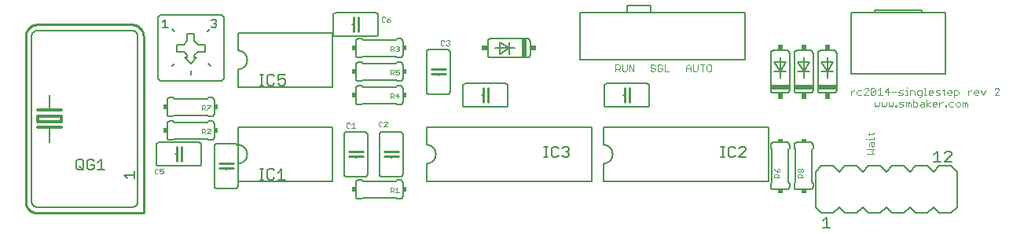
<source format=gto>
G75*
%MOIN*%
%OFA0B0*%
%FSLAX24Y24*%
%IPPOS*%
%LPD*%
%AMOC8*
5,1,8,0,0,1.08239X$1,22.5*
%
%ADD10C,0.0030*%
%ADD11C,0.0060*%
%ADD12C,0.0100*%
%ADD13C,0.0020*%
%ADD14R,0.0200X0.0800*%
%ADD15R,0.0250X0.0200*%
%ADD16C,0.0050*%
%ADD17R,0.0150X0.0200*%
%ADD18R,0.0800X0.0200*%
%ADD19R,0.0200X0.0250*%
%ADD20R,0.0200X0.0150*%
%ADD21C,0.0120*%
D10*
X025695Y008195D02*
X025695Y008485D01*
X025840Y008485D01*
X025888Y008437D01*
X025888Y008340D01*
X025840Y008292D01*
X025695Y008292D01*
X025792Y008292D02*
X025888Y008195D01*
X025990Y008243D02*
X026038Y008195D01*
X026135Y008195D01*
X026183Y008243D01*
X026183Y008485D01*
X026284Y008485D02*
X026478Y008195D01*
X026478Y008485D01*
X026284Y008485D02*
X026284Y008195D01*
X025990Y008243D02*
X025990Y008485D01*
X027195Y008437D02*
X027195Y008388D01*
X027243Y008340D01*
X027340Y008340D01*
X027388Y008292D01*
X027388Y008243D01*
X027340Y008195D01*
X027243Y008195D01*
X027195Y008243D01*
X027195Y008437D02*
X027243Y008485D01*
X027340Y008485D01*
X027388Y008437D01*
X027490Y008437D02*
X027490Y008243D01*
X027538Y008195D01*
X027635Y008195D01*
X027683Y008243D01*
X027683Y008340D01*
X027586Y008340D01*
X027490Y008437D02*
X027538Y008485D01*
X027635Y008485D01*
X027683Y008437D01*
X027784Y008485D02*
X027784Y008195D01*
X027978Y008195D01*
X028695Y008195D02*
X028695Y008388D01*
X028792Y008485D01*
X028888Y008388D01*
X028888Y008195D01*
X028990Y008243D02*
X029038Y008195D01*
X029135Y008195D01*
X029183Y008243D01*
X029183Y008485D01*
X029284Y008485D02*
X029478Y008485D01*
X029381Y008485D02*
X029381Y008195D01*
X029579Y008243D02*
X029627Y008195D01*
X029724Y008195D01*
X029772Y008243D01*
X029772Y008437D01*
X029724Y008485D01*
X029627Y008485D01*
X029579Y008437D01*
X029579Y008243D01*
X028990Y008243D02*
X028990Y008485D01*
X028888Y008340D02*
X028695Y008340D01*
X035695Y007388D02*
X035695Y007195D01*
X035695Y007292D02*
X035792Y007388D01*
X035840Y007388D01*
X035941Y007340D02*
X035941Y007243D01*
X035989Y007195D01*
X036134Y007195D01*
X036235Y007195D02*
X036429Y007388D01*
X036429Y007437D01*
X036380Y007485D01*
X036284Y007485D01*
X036235Y007437D01*
X036134Y007388D02*
X035989Y007388D01*
X035941Y007340D01*
X036235Y007195D02*
X036429Y007195D01*
X036530Y007243D02*
X036578Y007195D01*
X036675Y007195D01*
X036723Y007243D01*
X036723Y007437D01*
X036530Y007243D01*
X036530Y007437D01*
X036578Y007485D01*
X036675Y007485D01*
X036723Y007437D01*
X036824Y007388D02*
X036921Y007485D01*
X036921Y007195D01*
X036824Y007195D02*
X037018Y007195D01*
X037264Y007195D02*
X037264Y007485D01*
X037119Y007340D01*
X037313Y007340D01*
X037414Y007340D02*
X037607Y007340D01*
X037708Y007340D02*
X037757Y007388D01*
X037902Y007388D01*
X038003Y007388D02*
X038051Y007388D01*
X038051Y007195D01*
X038003Y007195D02*
X038100Y007195D01*
X038200Y007195D02*
X038200Y007388D01*
X038345Y007388D01*
X038393Y007340D01*
X038393Y007195D01*
X038494Y007243D02*
X038543Y007195D01*
X038688Y007195D01*
X038688Y007147D02*
X038688Y007388D01*
X038543Y007388D01*
X038494Y007340D01*
X038494Y007243D01*
X038639Y007098D02*
X038688Y007147D01*
X038639Y007098D02*
X038591Y007098D01*
X038659Y006888D02*
X038755Y006888D01*
X038804Y006840D01*
X038804Y006695D01*
X038659Y006695D01*
X038610Y006743D01*
X038659Y006792D01*
X038804Y006792D01*
X038905Y006792D02*
X039050Y006695D01*
X039150Y006743D02*
X039150Y006840D01*
X039199Y006888D01*
X039296Y006888D01*
X039344Y006840D01*
X039344Y006792D01*
X039150Y006792D01*
X039150Y006743D02*
X039199Y006695D01*
X039296Y006695D01*
X039445Y006695D02*
X039445Y006888D01*
X039445Y006792D02*
X039542Y006888D01*
X039590Y006888D01*
X039838Y006840D02*
X039838Y006743D01*
X039886Y006695D01*
X040031Y006695D01*
X040133Y006743D02*
X040133Y006840D01*
X040181Y006888D01*
X040278Y006888D01*
X040326Y006840D01*
X040326Y006743D01*
X040278Y006695D01*
X040181Y006695D01*
X040133Y006743D01*
X039886Y006888D02*
X039838Y006840D01*
X039886Y006888D02*
X040031Y006888D01*
X040066Y007098D02*
X040066Y007388D01*
X040211Y007388D01*
X040259Y007340D01*
X040259Y007243D01*
X040211Y007195D01*
X040066Y007195D01*
X039965Y007292D02*
X039771Y007292D01*
X039771Y007340D02*
X039771Y007243D01*
X039819Y007195D01*
X039916Y007195D01*
X039965Y007292D02*
X039965Y007340D01*
X039916Y007388D01*
X039819Y007388D01*
X039771Y007340D01*
X039671Y007388D02*
X039575Y007388D01*
X039623Y007437D02*
X039623Y007243D01*
X039671Y007195D01*
X039473Y007243D02*
X039425Y007292D01*
X039328Y007292D01*
X039280Y007340D01*
X039328Y007388D01*
X039473Y007388D01*
X039473Y007243D02*
X039425Y007195D01*
X039280Y007195D01*
X039179Y007292D02*
X038985Y007292D01*
X038985Y007340D02*
X038985Y007243D01*
X039034Y007195D01*
X039130Y007195D01*
X039179Y007292D02*
X039179Y007340D01*
X039130Y007388D01*
X039034Y007388D01*
X038985Y007340D01*
X038837Y007485D02*
X038837Y007195D01*
X038789Y007195D02*
X038886Y007195D01*
X038905Y006985D02*
X038905Y006695D01*
X038905Y006792D02*
X039050Y006888D01*
X038509Y006840D02*
X038461Y006888D01*
X038316Y006888D01*
X038316Y006985D02*
X038316Y006695D01*
X038461Y006695D01*
X038509Y006743D01*
X038509Y006840D01*
X038214Y006840D02*
X038214Y006695D01*
X038118Y006695D02*
X038118Y006840D01*
X038166Y006888D01*
X038214Y006840D01*
X038118Y006840D02*
X038069Y006888D01*
X038021Y006888D01*
X038021Y006695D01*
X037920Y006743D02*
X037871Y006792D01*
X037775Y006792D01*
X037726Y006840D01*
X037775Y006888D01*
X037920Y006888D01*
X037478Y006888D02*
X037478Y006743D01*
X037429Y006695D01*
X037381Y006743D01*
X037333Y006695D01*
X037284Y006743D01*
X037284Y006888D01*
X037183Y006888D02*
X037183Y006743D01*
X037135Y006695D01*
X037086Y006743D01*
X037038Y006695D01*
X036990Y006743D01*
X036990Y006888D01*
X036888Y006888D02*
X036888Y006743D01*
X036840Y006695D01*
X036792Y006743D01*
X036743Y006695D01*
X036695Y006743D01*
X036695Y006888D01*
X037579Y006743D02*
X037627Y006743D01*
X037627Y006695D01*
X037579Y006695D01*
X037579Y006743D01*
X037726Y006695D02*
X037871Y006695D01*
X037920Y006743D01*
X037854Y007195D02*
X037902Y007243D01*
X037854Y007292D01*
X037757Y007292D01*
X037708Y007340D01*
X038051Y007485D02*
X038051Y007534D01*
X038789Y007485D02*
X038837Y007485D01*
X037854Y007195D02*
X037708Y007195D01*
X039691Y006743D02*
X039739Y006743D01*
X039739Y006695D01*
X039691Y006695D01*
X039691Y006743D01*
X040427Y006695D02*
X040427Y006888D01*
X040476Y006888D01*
X040524Y006840D01*
X040572Y006888D01*
X040621Y006840D01*
X040621Y006695D01*
X040524Y006695D02*
X040524Y006840D01*
X040655Y007195D02*
X040655Y007388D01*
X040655Y007292D02*
X040752Y007388D01*
X040800Y007388D01*
X040901Y007340D02*
X040949Y007388D01*
X041046Y007388D01*
X041094Y007340D01*
X041094Y007292D01*
X040901Y007292D01*
X040901Y007340D02*
X040901Y007243D01*
X040949Y007195D01*
X041046Y007195D01*
X041195Y007388D02*
X041292Y007195D01*
X041389Y007388D01*
X041784Y007437D02*
X041833Y007485D01*
X041930Y007485D01*
X041978Y007437D01*
X041978Y007388D01*
X041784Y007195D01*
X041978Y007195D01*
X036665Y005577D02*
X036617Y005529D01*
X036423Y005529D01*
X036472Y005481D02*
X036472Y005577D01*
X036472Y005333D02*
X036665Y005333D01*
X036665Y005381D02*
X036665Y005284D01*
X036665Y005183D02*
X036665Y005038D01*
X036617Y004990D01*
X036568Y005038D01*
X036568Y005183D01*
X036520Y005183D02*
X036665Y005183D01*
X036520Y005183D02*
X036472Y005135D01*
X036472Y005038D01*
X036375Y004888D02*
X036665Y004888D01*
X036568Y004792D01*
X036665Y004695D01*
X036375Y004695D01*
X036472Y005284D02*
X036472Y005333D01*
X036375Y005333D02*
X036326Y005333D01*
D11*
X034080Y005080D02*
X034080Y004930D01*
X034030Y004880D01*
X034030Y003480D01*
X034080Y003430D01*
X034080Y003280D01*
X034078Y003263D01*
X034074Y003246D01*
X034067Y003230D01*
X034057Y003216D01*
X034044Y003203D01*
X034030Y003193D01*
X034014Y003186D01*
X033997Y003182D01*
X033980Y003180D01*
X033380Y003180D01*
X033363Y003182D01*
X033346Y003186D01*
X033330Y003193D01*
X033316Y003203D01*
X033303Y003216D01*
X033293Y003230D01*
X033286Y003246D01*
X033282Y003263D01*
X033280Y003280D01*
X033280Y003430D01*
X033330Y003480D01*
X033330Y004880D01*
X033280Y004930D01*
X033280Y005080D01*
X033282Y005097D01*
X033286Y005114D01*
X033293Y005130D01*
X033303Y005144D01*
X033316Y005157D01*
X033330Y005167D01*
X033346Y005174D01*
X033363Y005178D01*
X033380Y005180D01*
X033980Y005180D01*
X033997Y005178D01*
X034014Y005174D01*
X034030Y005167D01*
X034044Y005157D01*
X034057Y005144D01*
X034067Y005130D01*
X034074Y005114D01*
X034078Y005097D01*
X034080Y005080D01*
X033080Y005080D02*
X033080Y004930D01*
X033030Y004880D01*
X033030Y003480D01*
X033080Y003430D01*
X033080Y003280D01*
X033078Y003263D01*
X033074Y003246D01*
X033067Y003230D01*
X033057Y003216D01*
X033044Y003203D01*
X033030Y003193D01*
X033014Y003186D01*
X032997Y003182D01*
X032980Y003180D01*
X032380Y003180D01*
X032363Y003182D01*
X032346Y003186D01*
X032330Y003193D01*
X032316Y003203D01*
X032303Y003216D01*
X032293Y003230D01*
X032286Y003246D01*
X032282Y003263D01*
X032280Y003280D01*
X032280Y003430D01*
X032330Y003480D01*
X032330Y004880D01*
X032280Y004930D01*
X032280Y005080D01*
X032282Y005097D01*
X032286Y005114D01*
X032293Y005130D01*
X032303Y005144D01*
X032316Y005157D01*
X032330Y005167D01*
X032346Y005174D01*
X032363Y005178D01*
X032380Y005180D01*
X032980Y005180D01*
X032997Y005178D01*
X033014Y005174D01*
X033030Y005167D01*
X033044Y005157D01*
X033057Y005144D01*
X033067Y005130D01*
X033074Y005114D01*
X033078Y005097D01*
X033080Y005080D01*
X032180Y005830D02*
X032180Y003530D01*
X025180Y003530D01*
X025180Y004280D01*
X025219Y004282D01*
X025258Y004288D01*
X025296Y004297D01*
X025333Y004310D01*
X025369Y004327D01*
X025402Y004347D01*
X025434Y004371D01*
X025463Y004397D01*
X025489Y004426D01*
X025513Y004458D01*
X025533Y004491D01*
X025550Y004527D01*
X025563Y004564D01*
X025572Y004602D01*
X025578Y004641D01*
X025580Y004680D01*
X025578Y004719D01*
X025572Y004758D01*
X025563Y004796D01*
X025550Y004833D01*
X025533Y004869D01*
X025513Y004902D01*
X025489Y004934D01*
X025463Y004963D01*
X025434Y004989D01*
X025402Y005013D01*
X025369Y005033D01*
X025333Y005050D01*
X025296Y005063D01*
X025258Y005072D01*
X025219Y005078D01*
X025180Y005080D01*
X025180Y005830D01*
X032180Y005830D01*
X027130Y006780D02*
X027130Y007580D01*
X027128Y007597D01*
X027124Y007614D01*
X027117Y007630D01*
X027107Y007644D01*
X027094Y007657D01*
X027080Y007667D01*
X027064Y007674D01*
X027047Y007678D01*
X027030Y007680D01*
X025330Y007680D01*
X025313Y007678D01*
X025296Y007674D01*
X025280Y007667D01*
X025266Y007657D01*
X025253Y007644D01*
X025243Y007630D01*
X025236Y007614D01*
X025232Y007597D01*
X025230Y007580D01*
X025230Y006780D01*
X025232Y006763D01*
X025236Y006746D01*
X025243Y006730D01*
X025253Y006716D01*
X025266Y006703D01*
X025280Y006693D01*
X025296Y006686D01*
X025313Y006682D01*
X025330Y006680D01*
X027030Y006680D01*
X027047Y006682D01*
X027064Y006686D01*
X027080Y006693D01*
X027094Y006703D01*
X027107Y006716D01*
X027117Y006730D01*
X027124Y006746D01*
X027128Y006763D01*
X027130Y006780D01*
X026330Y007180D02*
X026280Y007180D01*
X026080Y007180D02*
X026030Y007180D01*
X024680Y005830D02*
X024680Y003530D01*
X017680Y003530D01*
X017680Y004280D01*
X017719Y004282D01*
X017758Y004288D01*
X017796Y004297D01*
X017833Y004310D01*
X017869Y004327D01*
X017902Y004347D01*
X017934Y004371D01*
X017963Y004397D01*
X017989Y004426D01*
X018013Y004458D01*
X018033Y004491D01*
X018050Y004527D01*
X018063Y004564D01*
X018072Y004602D01*
X018078Y004641D01*
X018080Y004680D01*
X018078Y004719D01*
X018072Y004758D01*
X018063Y004796D01*
X018050Y004833D01*
X018033Y004869D01*
X018013Y004902D01*
X017989Y004934D01*
X017963Y004963D01*
X017934Y004989D01*
X017902Y005013D01*
X017869Y005033D01*
X017833Y005050D01*
X017796Y005063D01*
X017758Y005072D01*
X017719Y005078D01*
X017680Y005080D01*
X017680Y005830D01*
X024680Y005830D01*
X021130Y006780D02*
X021130Y007580D01*
X021128Y007597D01*
X021124Y007614D01*
X021117Y007630D01*
X021107Y007644D01*
X021094Y007657D01*
X021080Y007667D01*
X021064Y007674D01*
X021047Y007678D01*
X021030Y007680D01*
X019330Y007680D01*
X019313Y007678D01*
X019296Y007674D01*
X019280Y007667D01*
X019266Y007657D01*
X019253Y007644D01*
X019243Y007630D01*
X019236Y007614D01*
X019232Y007597D01*
X019230Y007580D01*
X019230Y006780D01*
X019232Y006763D01*
X019236Y006746D01*
X019243Y006730D01*
X019253Y006716D01*
X019266Y006703D01*
X019280Y006693D01*
X019296Y006686D01*
X019313Y006682D01*
X019330Y006680D01*
X021030Y006680D01*
X021047Y006682D01*
X021064Y006686D01*
X021080Y006693D01*
X021094Y006703D01*
X021107Y006716D01*
X021117Y006730D01*
X021124Y006746D01*
X021128Y006763D01*
X021130Y006780D01*
X020330Y007180D02*
X020280Y007180D01*
X020080Y007180D02*
X020030Y007180D01*
X018680Y007330D02*
X018680Y009030D01*
X018678Y009047D01*
X018674Y009064D01*
X018667Y009080D01*
X018657Y009094D01*
X018644Y009107D01*
X018630Y009117D01*
X018614Y009124D01*
X018597Y009128D01*
X018580Y009130D01*
X017780Y009130D01*
X017763Y009128D01*
X017746Y009124D01*
X017730Y009117D01*
X017716Y009107D01*
X017703Y009094D01*
X017693Y009080D01*
X017686Y009064D01*
X017682Y009047D01*
X017680Y009030D01*
X017680Y007330D01*
X017682Y007313D01*
X017686Y007296D01*
X017693Y007280D01*
X017703Y007266D01*
X017716Y007253D01*
X017730Y007243D01*
X017746Y007236D01*
X017763Y007232D01*
X017780Y007230D01*
X018580Y007230D01*
X018597Y007232D01*
X018614Y007236D01*
X018630Y007243D01*
X018644Y007253D01*
X018657Y007266D01*
X018667Y007280D01*
X018674Y007296D01*
X018678Y007313D01*
X018680Y007330D01*
X016680Y007480D02*
X016680Y006880D01*
X016678Y006863D01*
X016674Y006846D01*
X016667Y006830D01*
X016657Y006816D01*
X016644Y006803D01*
X016630Y006793D01*
X016614Y006786D01*
X016597Y006782D01*
X016580Y006780D01*
X016430Y006780D01*
X016380Y006830D01*
X014980Y006830D01*
X014930Y006780D01*
X014780Y006780D01*
X014763Y006782D01*
X014746Y006786D01*
X014730Y006793D01*
X014716Y006803D01*
X014703Y006816D01*
X014693Y006830D01*
X014686Y006846D01*
X014682Y006863D01*
X014680Y006880D01*
X014680Y007480D01*
X014682Y007497D01*
X014686Y007514D01*
X014693Y007530D01*
X014703Y007544D01*
X014716Y007557D01*
X014730Y007567D01*
X014746Y007574D01*
X014763Y007578D01*
X014780Y007580D01*
X014930Y007580D01*
X014980Y007530D01*
X016380Y007530D01*
X016430Y007580D01*
X016580Y007580D01*
X016597Y007578D01*
X016614Y007574D01*
X016630Y007567D01*
X016644Y007557D01*
X016657Y007544D01*
X016667Y007530D01*
X016674Y007514D01*
X016678Y007497D01*
X016680Y007480D01*
X016580Y007780D02*
X016430Y007780D01*
X016380Y007830D01*
X014980Y007830D01*
X014930Y007780D01*
X014780Y007780D01*
X014763Y007782D01*
X014746Y007786D01*
X014730Y007793D01*
X014716Y007803D01*
X014703Y007816D01*
X014693Y007830D01*
X014686Y007846D01*
X014682Y007863D01*
X014680Y007880D01*
X014680Y008480D01*
X014682Y008497D01*
X014686Y008514D01*
X014693Y008530D01*
X014703Y008544D01*
X014716Y008557D01*
X014730Y008567D01*
X014746Y008574D01*
X014763Y008578D01*
X014780Y008580D01*
X014930Y008580D01*
X014980Y008530D01*
X016380Y008530D01*
X016430Y008580D01*
X016580Y008580D01*
X016597Y008578D01*
X016614Y008574D01*
X016630Y008567D01*
X016644Y008557D01*
X016657Y008544D01*
X016667Y008530D01*
X016674Y008514D01*
X016678Y008497D01*
X016680Y008480D01*
X016680Y007880D01*
X016678Y007863D01*
X016674Y007846D01*
X016667Y007830D01*
X016657Y007816D01*
X016644Y007803D01*
X016630Y007793D01*
X016614Y007786D01*
X016597Y007782D01*
X016580Y007780D01*
X018180Y008030D02*
X018180Y008080D01*
X018180Y008280D02*
X018180Y008330D01*
X016680Y008880D02*
X016680Y009480D01*
X016678Y009497D01*
X016674Y009514D01*
X016667Y009530D01*
X016657Y009544D01*
X016644Y009557D01*
X016630Y009567D01*
X016614Y009574D01*
X016597Y009578D01*
X016580Y009580D01*
X016430Y009580D01*
X016380Y009530D01*
X014980Y009530D01*
X014930Y009580D01*
X014780Y009580D01*
X014763Y009578D01*
X014746Y009574D01*
X014730Y009567D01*
X014716Y009557D01*
X014703Y009544D01*
X014693Y009530D01*
X014686Y009514D01*
X014682Y009497D01*
X014680Y009480D01*
X014680Y008880D01*
X014682Y008863D01*
X014686Y008846D01*
X014693Y008830D01*
X014703Y008816D01*
X014716Y008803D01*
X014730Y008793D01*
X014746Y008786D01*
X014763Y008782D01*
X014780Y008780D01*
X014930Y008780D01*
X014980Y008830D01*
X016380Y008830D01*
X016430Y008780D01*
X016580Y008780D01*
X016597Y008782D01*
X016614Y008786D01*
X016630Y008793D01*
X016644Y008803D01*
X016657Y008816D01*
X016667Y008830D01*
X016674Y008846D01*
X016678Y008863D01*
X016680Y008880D01*
X015530Y009680D02*
X013830Y009680D01*
X013813Y009682D01*
X013796Y009686D01*
X013780Y009693D01*
X013766Y009703D01*
X013753Y009716D01*
X013743Y009730D01*
X013736Y009746D01*
X013732Y009763D01*
X013730Y009780D01*
X013730Y010580D01*
X013732Y010597D01*
X013736Y010614D01*
X013743Y010630D01*
X013753Y010644D01*
X013766Y010657D01*
X013780Y010667D01*
X013796Y010674D01*
X013813Y010678D01*
X013830Y010680D01*
X015530Y010680D01*
X015547Y010678D01*
X015564Y010674D01*
X015580Y010667D01*
X015594Y010657D01*
X015607Y010644D01*
X015617Y010630D01*
X015624Y010614D01*
X015628Y010597D01*
X015630Y010580D01*
X015630Y009780D01*
X015628Y009763D01*
X015624Y009746D01*
X015617Y009730D01*
X015607Y009716D01*
X015594Y009703D01*
X015580Y009693D01*
X015564Y009686D01*
X015547Y009682D01*
X015530Y009680D01*
X014830Y010180D02*
X014780Y010180D01*
X014580Y010180D02*
X014530Y010180D01*
X013680Y009830D02*
X013680Y007530D01*
X009680Y007530D01*
X009680Y008280D01*
X008530Y008430D02*
X008430Y008530D01*
X007930Y008780D02*
X007680Y008530D01*
X007430Y008780D01*
X007530Y008780D01*
X007530Y008880D01*
X007380Y009030D01*
X007080Y009030D01*
X007080Y009330D01*
X007380Y009330D01*
X007530Y009480D01*
X007530Y009780D01*
X007830Y009780D01*
X007830Y009480D01*
X007980Y009330D01*
X008280Y009330D01*
X008280Y009030D01*
X007980Y009030D01*
X007830Y008880D01*
X007830Y008780D01*
X007930Y008780D01*
X006980Y008530D02*
X006880Y008430D01*
X007680Y008210D02*
X007680Y008060D01*
X006380Y007780D02*
X006280Y007880D01*
X006280Y010480D01*
X006380Y010580D01*
X008980Y010580D01*
X009080Y010480D01*
X009080Y007880D01*
X008980Y007780D01*
X006380Y007780D01*
X006780Y007080D02*
X006930Y007080D01*
X006980Y007030D01*
X008380Y007030D01*
X008430Y007080D01*
X008580Y007080D01*
X008597Y007078D01*
X008614Y007074D01*
X008630Y007067D01*
X008644Y007057D01*
X008657Y007044D01*
X008667Y007030D01*
X008674Y007014D01*
X008678Y006997D01*
X008680Y006980D01*
X008680Y006380D01*
X008678Y006363D01*
X008674Y006346D01*
X008667Y006330D01*
X008657Y006316D01*
X008644Y006303D01*
X008630Y006293D01*
X008614Y006286D01*
X008597Y006282D01*
X008580Y006280D01*
X008430Y006280D01*
X008380Y006330D01*
X006980Y006330D01*
X006930Y006280D01*
X006780Y006280D01*
X006763Y006282D01*
X006746Y006286D01*
X006730Y006293D01*
X006716Y006303D01*
X006703Y006316D01*
X006693Y006330D01*
X006686Y006346D01*
X006682Y006363D01*
X006680Y006380D01*
X006680Y006980D01*
X006682Y006997D01*
X006686Y007014D01*
X006693Y007030D01*
X006703Y007044D01*
X006716Y007057D01*
X006730Y007067D01*
X006746Y007074D01*
X006763Y007078D01*
X006780Y007080D01*
X006780Y006080D02*
X006930Y006080D01*
X006980Y006030D01*
X008380Y006030D01*
X008430Y006080D01*
X008580Y006080D01*
X008597Y006078D01*
X008614Y006074D01*
X008630Y006067D01*
X008644Y006057D01*
X008657Y006044D01*
X008667Y006030D01*
X008674Y006014D01*
X008678Y005997D01*
X008680Y005980D01*
X008680Y005380D01*
X008678Y005363D01*
X008674Y005346D01*
X008667Y005330D01*
X008657Y005316D01*
X008644Y005303D01*
X008630Y005293D01*
X008614Y005286D01*
X008597Y005282D01*
X008580Y005280D01*
X008430Y005280D01*
X008380Y005330D01*
X006980Y005330D01*
X006930Y005280D01*
X006780Y005280D01*
X006763Y005282D01*
X006746Y005286D01*
X006730Y005293D01*
X006716Y005303D01*
X006703Y005316D01*
X006693Y005330D01*
X006686Y005346D01*
X006682Y005363D01*
X006680Y005380D01*
X006680Y005980D01*
X006682Y005997D01*
X006686Y006014D01*
X006693Y006030D01*
X006703Y006044D01*
X006716Y006057D01*
X006730Y006067D01*
X006746Y006074D01*
X006763Y006078D01*
X006780Y006080D01*
X009680Y005830D02*
X009680Y005080D01*
X009680Y005030D02*
X009680Y003330D01*
X009678Y003313D01*
X009674Y003296D01*
X009667Y003280D01*
X009657Y003266D01*
X009644Y003253D01*
X009630Y003243D01*
X009614Y003236D01*
X009597Y003232D01*
X009580Y003230D01*
X008780Y003230D01*
X008763Y003232D01*
X008746Y003236D01*
X008730Y003243D01*
X008716Y003253D01*
X008703Y003266D01*
X008693Y003280D01*
X008686Y003296D01*
X008682Y003313D01*
X008680Y003330D01*
X008680Y005030D01*
X008682Y005047D01*
X008686Y005064D01*
X008693Y005080D01*
X008703Y005094D01*
X008716Y005107D01*
X008730Y005117D01*
X008746Y005124D01*
X008763Y005128D01*
X008780Y005130D01*
X009580Y005130D01*
X009597Y005128D01*
X009614Y005124D01*
X009630Y005117D01*
X009644Y005107D01*
X009657Y005094D01*
X009667Y005080D01*
X009674Y005064D01*
X009678Y005047D01*
X009680Y005030D01*
X009680Y005080D02*
X009719Y005078D01*
X009758Y005072D01*
X009796Y005063D01*
X009833Y005050D01*
X009869Y005033D01*
X009902Y005013D01*
X009934Y004989D01*
X009963Y004963D01*
X009989Y004934D01*
X010013Y004902D01*
X010033Y004869D01*
X010050Y004833D01*
X010063Y004796D01*
X010072Y004758D01*
X010078Y004719D01*
X010080Y004680D01*
X010078Y004641D01*
X010072Y004602D01*
X010063Y004564D01*
X010050Y004527D01*
X010033Y004491D01*
X010013Y004458D01*
X009989Y004426D01*
X009963Y004397D01*
X009934Y004371D01*
X009902Y004347D01*
X009869Y004327D01*
X009833Y004310D01*
X009796Y004297D01*
X009758Y004288D01*
X009719Y004282D01*
X009680Y004280D01*
X009680Y003530D01*
X013680Y003530D01*
X013680Y005830D01*
X009680Y005830D01*
X008030Y005180D02*
X006330Y005180D01*
X006313Y005178D01*
X006296Y005174D01*
X006280Y005167D01*
X006266Y005157D01*
X006253Y005144D01*
X006243Y005130D01*
X006236Y005114D01*
X006232Y005097D01*
X006230Y005080D01*
X006230Y004280D01*
X006232Y004263D01*
X006236Y004246D01*
X006243Y004230D01*
X006253Y004216D01*
X006266Y004203D01*
X006280Y004193D01*
X006296Y004186D01*
X006313Y004182D01*
X006330Y004180D01*
X008030Y004180D01*
X008047Y004182D01*
X008064Y004186D01*
X008080Y004193D01*
X008094Y004203D01*
X008107Y004216D01*
X008117Y004230D01*
X008124Y004246D01*
X008128Y004263D01*
X008130Y004280D01*
X008130Y005080D01*
X008128Y005097D01*
X008124Y005114D01*
X008117Y005130D01*
X008107Y005144D01*
X008094Y005157D01*
X008080Y005167D01*
X008064Y005174D01*
X008047Y005178D01*
X008030Y005180D01*
X007330Y004680D02*
X007280Y004680D01*
X007080Y004680D02*
X007030Y004680D01*
X009180Y004330D02*
X009180Y004280D01*
X009180Y004080D02*
X009180Y004030D01*
X005430Y002680D02*
X005430Y009680D01*
X005428Y009710D01*
X005423Y009740D01*
X005414Y009769D01*
X005401Y009796D01*
X005386Y009822D01*
X005367Y009846D01*
X005346Y009867D01*
X005322Y009886D01*
X005296Y009901D01*
X005269Y009914D01*
X005240Y009923D01*
X005210Y009928D01*
X005180Y009930D01*
X001180Y009930D01*
X001150Y009928D01*
X001120Y009923D01*
X001091Y009914D01*
X001064Y009901D01*
X001038Y009886D01*
X001014Y009867D01*
X000993Y009846D01*
X000974Y009822D01*
X000959Y009796D01*
X000946Y009769D01*
X000937Y009740D01*
X000932Y009710D01*
X000930Y009680D01*
X000930Y002680D01*
X000932Y002650D01*
X000937Y002620D01*
X000946Y002591D01*
X000959Y002564D01*
X000974Y002538D01*
X000993Y002514D01*
X001014Y002493D01*
X001038Y002474D01*
X001064Y002459D01*
X001091Y002446D01*
X001120Y002437D01*
X001150Y002432D01*
X001180Y002430D01*
X005180Y002430D01*
X005210Y002432D01*
X005240Y002437D01*
X005269Y002446D01*
X005296Y002459D01*
X005322Y002474D01*
X005346Y002493D01*
X005367Y002514D01*
X005386Y002538D01*
X005401Y002564D01*
X005414Y002591D01*
X005423Y002620D01*
X005428Y002650D01*
X005430Y002680D01*
X014180Y003830D02*
X014180Y005530D01*
X014182Y005547D01*
X014186Y005564D01*
X014193Y005580D01*
X014203Y005594D01*
X014216Y005607D01*
X014230Y005617D01*
X014246Y005624D01*
X014263Y005628D01*
X014280Y005630D01*
X015080Y005630D01*
X015097Y005628D01*
X015114Y005624D01*
X015130Y005617D01*
X015144Y005607D01*
X015157Y005594D01*
X015167Y005580D01*
X015174Y005564D01*
X015178Y005547D01*
X015180Y005530D01*
X015180Y003830D01*
X015178Y003813D01*
X015174Y003796D01*
X015167Y003780D01*
X015157Y003766D01*
X015144Y003753D01*
X015130Y003743D01*
X015114Y003736D01*
X015097Y003732D01*
X015080Y003730D01*
X014280Y003730D01*
X014263Y003732D01*
X014246Y003736D01*
X014230Y003743D01*
X014216Y003753D01*
X014203Y003766D01*
X014193Y003780D01*
X014186Y003796D01*
X014182Y003813D01*
X014180Y003830D01*
X014780Y003580D02*
X014930Y003580D01*
X014980Y003530D01*
X016380Y003530D01*
X016430Y003580D01*
X016580Y003580D01*
X016597Y003578D01*
X016614Y003574D01*
X016630Y003567D01*
X016644Y003557D01*
X016657Y003544D01*
X016667Y003530D01*
X016674Y003514D01*
X016678Y003497D01*
X016680Y003480D01*
X016680Y002880D01*
X016678Y002863D01*
X016674Y002846D01*
X016667Y002830D01*
X016657Y002816D01*
X016644Y002803D01*
X016630Y002793D01*
X016614Y002786D01*
X016597Y002782D01*
X016580Y002780D01*
X016430Y002780D01*
X016380Y002830D01*
X014980Y002830D01*
X014930Y002780D01*
X014780Y002780D01*
X014763Y002782D01*
X014746Y002786D01*
X014730Y002793D01*
X014716Y002803D01*
X014703Y002816D01*
X014693Y002830D01*
X014686Y002846D01*
X014682Y002863D01*
X014680Y002880D01*
X014680Y003480D01*
X014682Y003497D01*
X014686Y003514D01*
X014693Y003530D01*
X014703Y003544D01*
X014716Y003557D01*
X014730Y003567D01*
X014746Y003574D01*
X014763Y003578D01*
X014780Y003580D01*
X015680Y003830D02*
X015680Y005530D01*
X015682Y005547D01*
X015686Y005564D01*
X015693Y005580D01*
X015703Y005594D01*
X015716Y005607D01*
X015730Y005617D01*
X015746Y005624D01*
X015763Y005628D01*
X015780Y005630D01*
X016580Y005630D01*
X016597Y005628D01*
X016614Y005624D01*
X016630Y005617D01*
X016644Y005607D01*
X016657Y005594D01*
X016667Y005580D01*
X016674Y005564D01*
X016678Y005547D01*
X016680Y005530D01*
X016680Y003830D01*
X016678Y003813D01*
X016674Y003796D01*
X016667Y003780D01*
X016657Y003766D01*
X016644Y003753D01*
X016630Y003743D01*
X016614Y003736D01*
X016597Y003732D01*
X016580Y003730D01*
X015780Y003730D01*
X015763Y003732D01*
X015746Y003736D01*
X015730Y003743D01*
X015716Y003753D01*
X015703Y003766D01*
X015693Y003780D01*
X015686Y003796D01*
X015682Y003813D01*
X015680Y003830D01*
X016180Y004530D02*
X016180Y004580D01*
X016180Y004780D02*
X016180Y004830D01*
X014680Y004780D02*
X014680Y004830D01*
X014680Y004580D02*
X014680Y004530D01*
X001680Y005180D02*
X001680Y005810D01*
X001680Y006550D02*
X001680Y007180D01*
X009680Y008280D02*
X009719Y008282D01*
X009758Y008288D01*
X009796Y008297D01*
X009833Y008310D01*
X009869Y008327D01*
X009902Y008347D01*
X009934Y008371D01*
X009963Y008397D01*
X009989Y008426D01*
X010013Y008458D01*
X010033Y008491D01*
X010050Y008527D01*
X010063Y008564D01*
X010072Y008602D01*
X010078Y008641D01*
X010080Y008680D01*
X010078Y008719D01*
X010072Y008758D01*
X010063Y008796D01*
X010050Y008833D01*
X010033Y008869D01*
X010013Y008902D01*
X009989Y008934D01*
X009963Y008963D01*
X009934Y008989D01*
X009902Y009013D01*
X009869Y009033D01*
X009833Y009050D01*
X009796Y009063D01*
X009758Y009072D01*
X009719Y009078D01*
X009680Y009080D01*
X009680Y009830D01*
X013680Y009830D01*
X008480Y009980D02*
X008380Y009880D01*
X006980Y009880D02*
X006880Y009980D01*
X020280Y009480D02*
X020280Y008880D01*
X020282Y008863D01*
X020286Y008846D01*
X020293Y008830D01*
X020303Y008816D01*
X020316Y008803D01*
X020330Y008793D01*
X020346Y008786D01*
X020363Y008782D01*
X020380Y008780D01*
X021980Y008780D01*
X021997Y008782D01*
X022014Y008786D01*
X022030Y008793D01*
X022044Y008803D01*
X022057Y008816D01*
X022067Y008830D01*
X022074Y008846D01*
X022078Y008863D01*
X022080Y008880D01*
X022080Y009480D01*
X022078Y009497D01*
X022074Y009514D01*
X022067Y009530D01*
X022057Y009544D01*
X022044Y009557D01*
X022030Y009567D01*
X022014Y009574D01*
X021997Y009578D01*
X021980Y009580D01*
X020380Y009580D01*
X020363Y009578D01*
X020346Y009574D01*
X020330Y009567D01*
X020316Y009557D01*
X020303Y009544D01*
X020293Y009530D01*
X020286Y009514D01*
X020282Y009497D01*
X020280Y009480D01*
X020780Y009430D02*
X021180Y009180D01*
X021180Y009430D01*
X020780Y009430D02*
X020780Y008930D01*
X021180Y009180D01*
X021180Y008930D01*
X021180Y009180D02*
X020580Y009180D01*
X021180Y009180D02*
X021430Y009180D01*
X032280Y008980D02*
X032280Y007380D01*
X032282Y007363D01*
X032286Y007346D01*
X032293Y007330D01*
X032303Y007316D01*
X032316Y007303D01*
X032330Y007293D01*
X032346Y007286D01*
X032363Y007282D01*
X032380Y007280D01*
X032980Y007280D01*
X032997Y007282D01*
X033014Y007286D01*
X033030Y007293D01*
X033044Y007303D01*
X033057Y007316D01*
X033067Y007330D01*
X033074Y007346D01*
X033078Y007363D01*
X033080Y007380D01*
X033080Y008980D01*
X033078Y008997D01*
X033074Y009014D01*
X033067Y009030D01*
X033057Y009044D01*
X033044Y009057D01*
X033030Y009067D01*
X033014Y009074D01*
X032997Y009078D01*
X032980Y009080D01*
X032380Y009080D01*
X032363Y009078D01*
X032346Y009074D01*
X032330Y009067D01*
X032316Y009057D01*
X032303Y009044D01*
X032293Y009030D01*
X032286Y009014D01*
X032282Y008997D01*
X032280Y008980D01*
X032680Y008780D02*
X032680Y008180D01*
X032930Y008180D01*
X032680Y008180D02*
X032430Y008180D01*
X032680Y008180D02*
X032430Y008580D01*
X032930Y008580D01*
X032680Y008180D01*
X032680Y007930D01*
X033430Y008180D02*
X033680Y008180D01*
X033930Y008180D01*
X033680Y008180D02*
X033430Y008580D01*
X033930Y008580D01*
X033680Y008180D01*
X033680Y008780D01*
X033380Y009080D02*
X033363Y009078D01*
X033346Y009074D01*
X033330Y009067D01*
X033316Y009057D01*
X033303Y009044D01*
X033293Y009030D01*
X033286Y009014D01*
X033282Y008997D01*
X033280Y008980D01*
X033280Y007380D01*
X033282Y007363D01*
X033286Y007346D01*
X033293Y007330D01*
X033303Y007316D01*
X033316Y007303D01*
X033330Y007293D01*
X033346Y007286D01*
X033363Y007282D01*
X033380Y007280D01*
X033980Y007280D01*
X033997Y007282D01*
X034014Y007286D01*
X034030Y007293D01*
X034044Y007303D01*
X034057Y007316D01*
X034067Y007330D01*
X034074Y007346D01*
X034078Y007363D01*
X034080Y007380D01*
X034080Y008980D01*
X034078Y008997D01*
X034074Y009014D01*
X034067Y009030D01*
X034057Y009044D01*
X034044Y009057D01*
X034030Y009067D01*
X034014Y009074D01*
X033997Y009078D01*
X033980Y009080D01*
X033380Y009080D01*
X034280Y008980D02*
X034280Y007380D01*
X034282Y007363D01*
X034286Y007346D01*
X034293Y007330D01*
X034303Y007316D01*
X034316Y007303D01*
X034330Y007293D01*
X034346Y007286D01*
X034363Y007282D01*
X034380Y007280D01*
X034980Y007280D01*
X034997Y007282D01*
X035014Y007286D01*
X035030Y007293D01*
X035044Y007303D01*
X035057Y007316D01*
X035067Y007330D01*
X035074Y007346D01*
X035078Y007363D01*
X035080Y007380D01*
X035080Y008980D01*
X035078Y008997D01*
X035074Y009014D01*
X035067Y009030D01*
X035057Y009044D01*
X035044Y009057D01*
X035030Y009067D01*
X035014Y009074D01*
X034997Y009078D01*
X034980Y009080D01*
X034380Y009080D01*
X034363Y009078D01*
X034346Y009074D01*
X034330Y009067D01*
X034316Y009057D01*
X034303Y009044D01*
X034293Y009030D01*
X034286Y009014D01*
X034282Y008997D01*
X034280Y008980D01*
X034680Y008780D02*
X034680Y008180D01*
X034930Y008180D01*
X034680Y008180D02*
X034430Y008180D01*
X034680Y008180D02*
X034430Y008580D01*
X034930Y008580D01*
X034680Y008180D01*
X034680Y007930D01*
X033680Y007930D02*
X033680Y008180D01*
X034430Y004180D02*
X034180Y003930D01*
X034180Y002430D01*
X034430Y002180D01*
X034930Y002180D01*
X035180Y002430D01*
X035430Y002180D01*
X035930Y002180D01*
X036180Y002430D01*
X036430Y002180D01*
X036930Y002180D01*
X037180Y002430D01*
X037430Y002180D01*
X037930Y002180D01*
X038180Y002430D01*
X038430Y002180D01*
X038930Y002180D01*
X039180Y002430D01*
X039430Y002180D01*
X039930Y002180D01*
X040180Y002430D01*
X040180Y003930D01*
X039930Y004180D01*
X039430Y004180D01*
X039180Y003930D01*
X038930Y004180D01*
X038430Y004180D01*
X038180Y003930D01*
X037930Y004180D01*
X037430Y004180D01*
X037180Y003930D01*
X036930Y004180D01*
X036430Y004180D01*
X036180Y003930D01*
X035930Y004180D01*
X035430Y004180D01*
X035180Y003930D01*
X034930Y004180D01*
X034430Y004180D01*
D12*
X005680Y002180D02*
X001180Y002180D01*
X001136Y002182D01*
X001093Y002188D01*
X001051Y002197D01*
X001009Y002210D01*
X000969Y002227D01*
X000930Y002247D01*
X000893Y002270D01*
X000859Y002297D01*
X000826Y002326D01*
X000797Y002359D01*
X000770Y002393D01*
X000747Y002430D01*
X000727Y002469D01*
X000710Y002509D01*
X000697Y002551D01*
X000688Y002593D01*
X000682Y002636D01*
X000680Y002680D01*
X000680Y009680D01*
X000682Y009724D01*
X000688Y009767D01*
X000697Y009809D01*
X000710Y009851D01*
X000727Y009891D01*
X000747Y009930D01*
X000770Y009967D01*
X000797Y010001D01*
X000826Y010034D01*
X000859Y010063D01*
X000893Y010090D01*
X000930Y010113D01*
X000969Y010133D01*
X001009Y010150D01*
X001051Y010163D01*
X001093Y010172D01*
X001136Y010178D01*
X001180Y010180D01*
X005180Y010180D01*
X005224Y010178D01*
X005267Y010172D01*
X005309Y010163D01*
X005351Y010150D01*
X005391Y010133D01*
X005430Y010113D01*
X005467Y010090D01*
X005501Y010063D01*
X005534Y010034D01*
X005563Y010001D01*
X005590Y009967D01*
X005613Y009930D01*
X005633Y009891D01*
X005650Y009851D01*
X005663Y009809D01*
X005672Y009767D01*
X005678Y009724D01*
X005680Y009680D01*
X005680Y002180D01*
X008880Y004080D02*
X009180Y004080D01*
X009480Y004080D01*
X009480Y004280D02*
X009180Y004280D01*
X008880Y004280D01*
X007280Y004380D02*
X007280Y004680D01*
X007280Y004980D01*
X007080Y004980D02*
X007080Y004680D01*
X007080Y004380D01*
X014380Y004580D02*
X014680Y004580D01*
X014980Y004580D01*
X014980Y004780D02*
X014680Y004780D01*
X014380Y004780D01*
X015880Y004780D02*
X016180Y004780D01*
X016480Y004780D01*
X016480Y004580D02*
X016180Y004580D01*
X015880Y004580D01*
X020080Y006880D02*
X020080Y007180D01*
X020080Y007480D01*
X020280Y007480D02*
X020280Y007180D01*
X020280Y006880D01*
X018480Y008080D02*
X018180Y008080D01*
X017880Y008080D01*
X017880Y008280D02*
X018180Y008280D01*
X018480Y008280D01*
X014780Y009880D02*
X014780Y010180D01*
X014780Y010480D01*
X014580Y010480D02*
X014580Y010180D01*
X014580Y009880D01*
X026080Y007480D02*
X026080Y007180D01*
X026080Y006880D01*
X026280Y006880D02*
X026280Y007180D01*
X026280Y007480D01*
D13*
X018658Y009327D02*
X018621Y009290D01*
X018548Y009290D01*
X018511Y009327D01*
X018437Y009327D02*
X018400Y009290D01*
X018327Y009290D01*
X018290Y009327D01*
X018290Y009473D01*
X018327Y009510D01*
X018400Y009510D01*
X018437Y009473D01*
X018511Y009473D02*
X018548Y009510D01*
X018621Y009510D01*
X018658Y009473D01*
X018658Y009437D01*
X018621Y009400D01*
X018658Y009363D01*
X018658Y009327D01*
X018621Y009400D02*
X018584Y009400D01*
X016516Y009233D02*
X016516Y009197D01*
X016479Y009160D01*
X016516Y009123D01*
X016516Y009087D01*
X016479Y009050D01*
X016406Y009050D01*
X016369Y009087D01*
X016295Y009050D02*
X016221Y009123D01*
X016258Y009123D02*
X016148Y009123D01*
X016148Y009050D02*
X016148Y009270D01*
X016258Y009270D01*
X016295Y009233D01*
X016295Y009160D01*
X016258Y009123D01*
X016369Y009233D02*
X016406Y009270D01*
X016479Y009270D01*
X016516Y009233D01*
X016479Y009160D02*
X016442Y009160D01*
X016369Y008270D02*
X016369Y008160D01*
X016442Y008197D01*
X016479Y008197D01*
X016516Y008160D01*
X016516Y008087D01*
X016479Y008050D01*
X016406Y008050D01*
X016369Y008087D01*
X016295Y008050D02*
X016221Y008123D01*
X016258Y008123D02*
X016148Y008123D01*
X016148Y008050D02*
X016148Y008270D01*
X016258Y008270D01*
X016295Y008233D01*
X016295Y008160D01*
X016258Y008123D01*
X016369Y008270D02*
X016516Y008270D01*
X016479Y007270D02*
X016369Y007160D01*
X016516Y007160D01*
X016479Y007050D02*
X016479Y007270D01*
X016295Y007233D02*
X016295Y007160D01*
X016258Y007123D01*
X016148Y007123D01*
X016148Y007050D02*
X016148Y007270D01*
X016258Y007270D01*
X016295Y007233D01*
X016221Y007123D02*
X016295Y007050D01*
X015979Y006070D02*
X015906Y006070D01*
X015869Y006033D01*
X015795Y006033D02*
X015758Y006070D01*
X015685Y006070D01*
X015648Y006033D01*
X015648Y005887D01*
X015685Y005850D01*
X015758Y005850D01*
X015795Y005887D01*
X015869Y005850D02*
X016016Y005997D01*
X016016Y006033D01*
X015979Y006070D01*
X016016Y005850D02*
X015869Y005850D01*
X014658Y005790D02*
X014511Y005790D01*
X014584Y005790D02*
X014584Y006010D01*
X014511Y005937D01*
X014437Y005973D02*
X014400Y006010D01*
X014327Y006010D01*
X014290Y005973D01*
X014290Y005827D01*
X014327Y005790D01*
X014400Y005790D01*
X014437Y005827D01*
X008516Y005733D02*
X008479Y005770D01*
X008406Y005770D01*
X008369Y005733D01*
X008295Y005733D02*
X008295Y005660D01*
X008258Y005623D01*
X008148Y005623D01*
X008148Y005550D02*
X008148Y005770D01*
X008258Y005770D01*
X008295Y005733D01*
X008221Y005623D02*
X008295Y005550D01*
X008369Y005550D02*
X008516Y005697D01*
X008516Y005733D01*
X008516Y005550D02*
X008369Y005550D01*
X008369Y006550D02*
X008369Y006587D01*
X008516Y006733D01*
X008516Y006770D01*
X008369Y006770D01*
X008295Y006733D02*
X008295Y006660D01*
X008258Y006623D01*
X008148Y006623D01*
X008148Y006550D02*
X008148Y006770D01*
X008258Y006770D01*
X008295Y006733D01*
X008221Y006623D02*
X008295Y006550D01*
X006516Y004070D02*
X006369Y004070D01*
X006369Y003960D01*
X006442Y003997D01*
X006479Y003997D01*
X006516Y003960D01*
X006516Y003887D01*
X006479Y003850D01*
X006406Y003850D01*
X006369Y003887D01*
X006295Y003887D02*
X006258Y003850D01*
X006185Y003850D01*
X006148Y003887D01*
X006148Y004033D01*
X006185Y004070D01*
X006258Y004070D01*
X006295Y004033D01*
X016148Y003270D02*
X016148Y003050D01*
X016148Y003123D02*
X016258Y003123D01*
X016295Y003160D01*
X016295Y003233D01*
X016258Y003270D01*
X016148Y003270D01*
X016221Y003123D02*
X016295Y003050D01*
X016369Y003050D02*
X016516Y003050D01*
X016442Y003050D02*
X016442Y003270D01*
X016369Y003197D01*
X032440Y003690D02*
X032440Y003800D01*
X032477Y003837D01*
X032550Y003837D01*
X032587Y003800D01*
X032587Y003690D01*
X032660Y003690D02*
X032440Y003690D01*
X032587Y003763D02*
X032660Y003837D01*
X032623Y003911D02*
X032660Y003948D01*
X032660Y004021D01*
X032623Y004058D01*
X032587Y004058D01*
X032550Y004021D01*
X032550Y003911D01*
X032623Y003911D01*
X032550Y003911D02*
X032477Y003984D01*
X032440Y004058D01*
X033440Y004021D02*
X033440Y003948D01*
X033477Y003911D01*
X033513Y003911D01*
X033550Y003948D01*
X033550Y004021D01*
X033587Y004058D01*
X033623Y004058D01*
X033660Y004021D01*
X033660Y003948D01*
X033623Y003911D01*
X033587Y003911D01*
X033550Y003948D01*
X033550Y004021D02*
X033513Y004058D01*
X033477Y004058D01*
X033440Y004021D01*
X033477Y003837D02*
X033550Y003837D01*
X033587Y003800D01*
X033587Y003690D01*
X033660Y003690D02*
X033440Y003690D01*
X033440Y003800D01*
X033477Y003837D01*
X033587Y003763D02*
X033660Y003837D01*
X016158Y010327D02*
X016158Y010363D01*
X016121Y010400D01*
X016011Y010400D01*
X016011Y010327D01*
X016048Y010290D01*
X016121Y010290D01*
X016158Y010327D01*
X016084Y010473D02*
X016011Y010400D01*
X016084Y010473D02*
X016158Y010510D01*
X015937Y010473D02*
X015900Y010510D01*
X015827Y010510D01*
X015790Y010473D01*
X015790Y010327D01*
X015827Y010290D01*
X015900Y010290D01*
X015937Y010327D01*
D14*
X021830Y009180D03*
D15*
X022205Y009180D03*
X020155Y009180D03*
D16*
X024180Y008680D02*
X031180Y008680D01*
X031180Y010680D01*
X027180Y010680D01*
X027180Y010980D01*
X026180Y010980D01*
X026180Y010680D01*
X024180Y010680D01*
X024180Y008680D01*
X026180Y010680D02*
X027180Y010680D01*
X035680Y010690D02*
X036680Y010690D01*
X036680Y010780D01*
X038680Y010780D01*
X038680Y010690D01*
X039680Y010690D01*
X039680Y008090D01*
X035680Y008090D01*
X035680Y010690D01*
X036680Y010690D02*
X038680Y010690D01*
X031245Y004930D02*
X031170Y005005D01*
X031020Y005005D01*
X030945Y004930D01*
X030784Y004930D02*
X030709Y005005D01*
X030559Y005005D01*
X030484Y004930D01*
X030484Y004630D01*
X030559Y004555D01*
X030709Y004555D01*
X030784Y004630D01*
X030945Y004555D02*
X031245Y004855D01*
X031245Y004930D01*
X030327Y005005D02*
X030177Y005005D01*
X030252Y005005D02*
X030252Y004555D01*
X030177Y004555D02*
X030327Y004555D01*
X030945Y004555D02*
X031245Y004555D01*
X023745Y004630D02*
X023670Y004555D01*
X023520Y004555D01*
X023445Y004630D01*
X023284Y004630D02*
X023209Y004555D01*
X023059Y004555D01*
X022984Y004630D01*
X022984Y004930D01*
X023059Y005005D01*
X023209Y005005D01*
X023284Y004930D01*
X023445Y004930D02*
X023520Y005005D01*
X023670Y005005D01*
X023745Y004930D01*
X023745Y004855D01*
X023670Y004780D01*
X023745Y004705D01*
X023745Y004630D01*
X023670Y004780D02*
X023595Y004780D01*
X022827Y004555D02*
X022677Y004555D01*
X022752Y004555D02*
X022752Y005005D01*
X022677Y005005D02*
X022827Y005005D01*
X011695Y003605D02*
X011395Y003605D01*
X011545Y003605D02*
X011545Y004055D01*
X011395Y003905D01*
X011234Y003980D02*
X011159Y004055D01*
X011009Y004055D01*
X010934Y003980D01*
X010934Y003680D01*
X011009Y003605D01*
X011159Y003605D01*
X011234Y003680D01*
X010777Y003605D02*
X010627Y003605D01*
X010702Y003605D02*
X010702Y004055D01*
X010627Y004055D02*
X010777Y004055D01*
X005305Y003955D02*
X005305Y003655D01*
X005005Y003655D02*
X004855Y003805D01*
X005305Y003805D01*
X004045Y004015D02*
X003745Y004015D01*
X003895Y004015D02*
X003895Y004465D01*
X003745Y004315D01*
X003584Y004240D02*
X003434Y004240D01*
X003584Y004240D02*
X003584Y004090D01*
X003509Y004015D01*
X003359Y004015D01*
X003284Y004090D01*
X003284Y004390D01*
X003359Y004465D01*
X003509Y004465D01*
X003584Y004390D01*
X003124Y004390D02*
X003049Y004465D01*
X002899Y004465D01*
X002824Y004390D01*
X002824Y004090D01*
X002899Y004015D01*
X003049Y004015D01*
X003124Y004090D01*
X003124Y004390D01*
X002974Y004165D02*
X003124Y004015D01*
X010627Y007605D02*
X010777Y007605D01*
X010702Y007605D02*
X010702Y008055D01*
X010627Y008055D02*
X010777Y008055D01*
X010934Y007980D02*
X011009Y008055D01*
X011159Y008055D01*
X011234Y007980D01*
X011395Y008055D02*
X011395Y007830D01*
X011545Y007905D01*
X011620Y007905D01*
X011695Y007830D01*
X011695Y007680D01*
X011620Y007605D01*
X011470Y007605D01*
X011395Y007680D01*
X011234Y007680D02*
X011159Y007605D01*
X011009Y007605D01*
X010934Y007680D01*
X010934Y007980D01*
X011395Y008055D02*
X011695Y008055D01*
X008773Y010122D02*
X008716Y010065D01*
X008603Y010065D01*
X008546Y010122D01*
X008659Y010235D02*
X008716Y010235D01*
X008773Y010178D01*
X008773Y010122D01*
X008716Y010235D02*
X008773Y010292D01*
X008773Y010349D01*
X008716Y010405D01*
X008603Y010405D01*
X008546Y010349D01*
X006723Y010065D02*
X006496Y010065D01*
X006609Y010065D02*
X006609Y010405D01*
X006496Y010292D01*
X034505Y001855D02*
X034655Y002005D01*
X034655Y001555D01*
X034505Y001555D02*
X034805Y001555D01*
X039205Y004355D02*
X039505Y004355D01*
X039355Y004355D02*
X039355Y004805D01*
X039205Y004655D01*
X039665Y004730D02*
X039740Y004805D01*
X039891Y004805D01*
X039966Y004730D01*
X039966Y004655D01*
X039665Y004355D01*
X039966Y004355D01*
D17*
X016755Y003180D03*
X014605Y003180D03*
X008755Y005680D03*
X006605Y005680D03*
X006605Y006680D03*
X008755Y006680D03*
X014605Y007180D03*
X016755Y007180D03*
X016755Y008180D03*
X014605Y008180D03*
X014605Y009180D03*
X016755Y009180D03*
D18*
X032680Y007530D03*
X033680Y007530D03*
X034680Y007530D03*
D19*
X034680Y007155D03*
X033680Y007155D03*
X032680Y007155D03*
X032680Y009205D03*
X033680Y009205D03*
X034680Y009205D03*
D20*
X033680Y005255D03*
X032680Y005255D03*
X032680Y003105D03*
X033680Y003105D03*
D21*
X002180Y005810D02*
X001680Y005810D01*
X001180Y005810D01*
X001180Y006050D02*
X001180Y006300D01*
X002180Y006300D01*
X002180Y006050D01*
X001180Y006050D01*
X001180Y006550D02*
X001680Y006550D01*
X002180Y006550D01*
M02*

</source>
